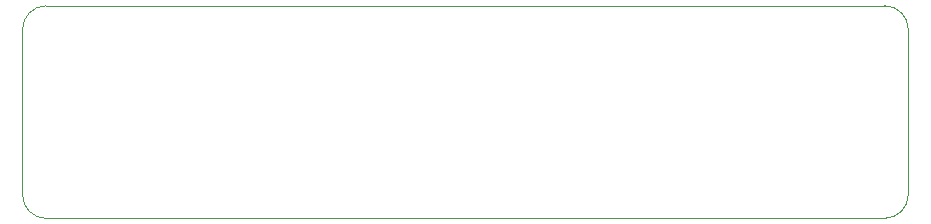
<source format=gm1>
G04 #@! TF.GenerationSoftware,KiCad,Pcbnew,8.0.4*
G04 #@! TF.CreationDate,2025-02-17T13:02:25+11:00*
G04 #@! TF.ProjectId,LSG,4c53472e-6b69-4636-9164-5f7063625858,rev?*
G04 #@! TF.SameCoordinates,Original*
G04 #@! TF.FileFunction,Profile,NP*
%FSLAX46Y46*%
G04 Gerber Fmt 4.6, Leading zero omitted, Abs format (unit mm)*
G04 Created by KiCad (PCBNEW 8.0.4) date 2025-02-17 13:02:25*
%MOMM*%
%LPD*%
G01*
G04 APERTURE LIST*
G04 #@! TA.AperFunction,Profile*
%ADD10C,0.050000*%
G04 #@! TD*
G04 APERTURE END LIST*
D10*
X0Y9000000D02*
X35500000Y9000000D01*
X0Y-9000000D02*
X35500000Y-9000000D01*
X37500000Y-7000000D02*
X37500000Y7000000D01*
X-37500000Y-7000000D02*
X-37500000Y7000000D01*
X37500000Y-7000000D02*
G75*
G02*
X35500000Y-9000000I-2000000J0D01*
G01*
X35500000Y9000000D02*
G75*
G02*
X37500000Y7000000I0J-2000000D01*
G01*
X0Y9000000D02*
X-35500000Y9000000D01*
X-37500000Y7000000D02*
G75*
G02*
X-35500000Y9000000I1999999J1D01*
G01*
X-35500000Y-9000000D02*
G75*
G02*
X-37500000Y-7000000I-1J1999999D01*
G01*
X0Y-9000000D02*
X-35500000Y-9000000D01*
M02*

</source>
